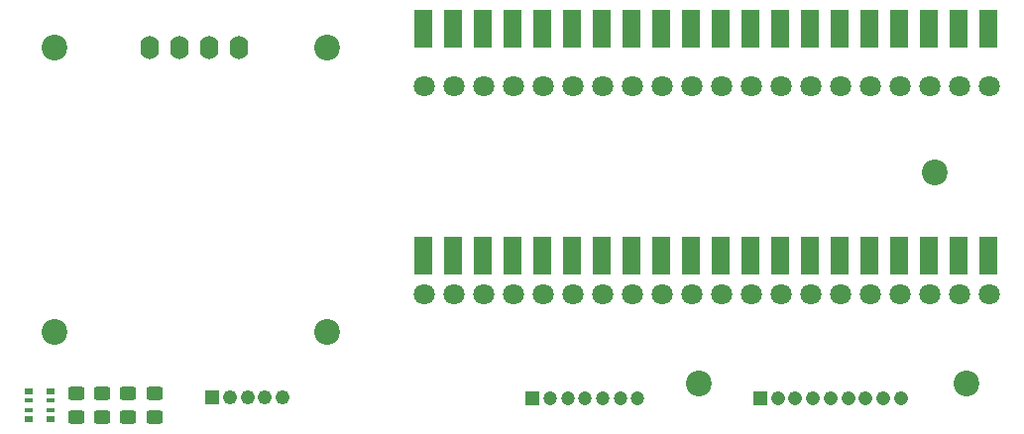
<source format=gts>
%TF.GenerationSoftware,KiCad,Pcbnew,(6.0.1)*%
%TF.CreationDate,2022-03-18T23:49:22-06:00*%
%TF.ProjectId,PicoFlasher_Breakout_Board_V1.2,5069636f-466c-4617-9368-65725f427265,rev?*%
%TF.SameCoordinates,Original*%
%TF.FileFunction,Soldermask,Top*%
%TF.FilePolarity,Negative*%
%FSLAX46Y46*%
G04 Gerber Fmt 4.6, Leading zero omitted, Abs format (unit mm)*
G04 Created by KiCad (PCBNEW (6.0.1)) date 2022-03-18 23:49:22*
%MOMM*%
%LPD*%
G01*
G04 APERTURE LIST*
G04 Aperture macros list*
%AMRoundRect*
0 Rectangle with rounded corners*
0 $1 Rounding radius*
0 $2 $3 $4 $5 $6 $7 $8 $9 X,Y pos of 4 corners*
0 Add a 4 corners polygon primitive as box body*
4,1,4,$2,$3,$4,$5,$6,$7,$8,$9,$2,$3,0*
0 Add four circle primitives for the rounded corners*
1,1,$1+$1,$2,$3*
1,1,$1+$1,$4,$5*
1,1,$1+$1,$6,$7*
1,1,$1+$1,$8,$9*
0 Add four rect primitives between the rounded corners*
20,1,$1+$1,$2,$3,$4,$5,0*
20,1,$1+$1,$4,$5,$6,$7,0*
20,1,$1+$1,$6,$7,$8,$9,0*
20,1,$1+$1,$8,$9,$2,$3,0*%
G04 Aperture macros list end*
%ADD10RoundRect,0.250000X-0.450000X0.325000X-0.450000X-0.325000X0.450000X-0.325000X0.450000X0.325000X0*%
%ADD11C,2.200000*%
%ADD12R,1.200000X1.200000*%
%ADD13C,1.200000*%
%ADD14R,1.600000X3.200000*%
%ADD15R,0.800000X0.500000*%
%ADD16R,0.800000X0.400000*%
%ADD17R,1.208000X1.208000*%
%ADD18C,1.208000*%
%ADD19O,1.600000X2.000000*%
%ADD20R,1.238000X1.238000*%
%ADD21C,1.238000*%
%ADD22C,1.800000*%
G04 APERTURE END LIST*
D10*
%TO.C,D3*%
X98750000Y-97700000D03*
X98750000Y-99750000D03*
%TD*%
D11*
%TO.C,REF\u002A\u002A*%
X92533500Y-92500000D03*
%TD*%
D10*
%TO.C,D2*%
X96550000Y-97700000D03*
X96550000Y-99750000D03*
%TD*%
D11*
%TO.C,REF\u002A\u002A*%
X115783500Y-92525000D03*
%TD*%
%TO.C,REF\u002A\u002A*%
X147525000Y-96900000D03*
%TD*%
%TO.C,REF\u002A\u002A*%
X92533500Y-68175000D03*
%TD*%
D12*
%TO.C,J2*%
X133350000Y-98150000D03*
D13*
X134850000Y-98150000D03*
X136350000Y-98150000D03*
X137850000Y-98150000D03*
X139350000Y-98150000D03*
X140850000Y-98150000D03*
X142350000Y-98150000D03*
%TD*%
D14*
%TO.C,U1e*%
X172280000Y-66560000D03*
X169740000Y-66560000D03*
X167200000Y-66560000D03*
X164660000Y-66560000D03*
X162120000Y-66560000D03*
X159580000Y-66560000D03*
X157040000Y-66560000D03*
X154500000Y-66560000D03*
X151960000Y-66560000D03*
X149420000Y-66560000D03*
X146880000Y-66560000D03*
X144340000Y-66560000D03*
X141800000Y-66560000D03*
X139260000Y-66560000D03*
X136720000Y-66560000D03*
X134180000Y-66560000D03*
X131640000Y-66560000D03*
X129100000Y-66560000D03*
X126560000Y-66560000D03*
X124020000Y-66560000D03*
X124020000Y-85940000D03*
X126560000Y-85940000D03*
X129100000Y-85940000D03*
X131640000Y-85940000D03*
X134180000Y-85940000D03*
X136720000Y-85940000D03*
X139260000Y-85940000D03*
X141800000Y-85940000D03*
X144340000Y-85940000D03*
X146880000Y-85940000D03*
X149420000Y-85940000D03*
X151960000Y-85940000D03*
X154500000Y-85940000D03*
X157040000Y-85940000D03*
X159580000Y-85940000D03*
X162120000Y-85940000D03*
X164660000Y-85940000D03*
X167200000Y-85940000D03*
X169740000Y-85940000D03*
X172280000Y-85940000D03*
%TD*%
D15*
%TO.C,RN1*%
X92150000Y-99950000D03*
D16*
X92150000Y-99150000D03*
X92150000Y-98350000D03*
D15*
X92150000Y-97550000D03*
X90350000Y-97550000D03*
D16*
X90350000Y-98350000D03*
X90350000Y-99150000D03*
D15*
X90350000Y-99950000D03*
%TD*%
D10*
%TO.C,D4*%
X101050000Y-97700000D03*
X101050000Y-99750000D03*
%TD*%
D11*
%TO.C,REF\u002A\u002A*%
X167725000Y-78850000D03*
%TD*%
%TO.C,REF\u002A\u002A*%
X170400000Y-96925000D03*
%TD*%
D17*
%TO.C,J1*%
X152800000Y-98143250D03*
D18*
X154300000Y-98143250D03*
X155800000Y-98143250D03*
X157300000Y-98143250D03*
X158800000Y-98143250D03*
X160300000Y-98143250D03*
X161800000Y-98143250D03*
X163300000Y-98143250D03*
X164800000Y-98143250D03*
%TD*%
D19*
%TO.C,U2*%
X100630000Y-68150000D03*
X103170000Y-68150000D03*
X105710000Y-68150000D03*
X108250000Y-68150000D03*
%TD*%
D11*
%TO.C,REF\u002A\u002A*%
X115783500Y-68200000D03*
%TD*%
D20*
%TO.C,J3*%
X106000000Y-98091500D03*
D21*
X107500000Y-98091500D03*
X109000000Y-98091500D03*
X110500000Y-98091500D03*
X112000000Y-98091500D03*
%TD*%
D10*
%TO.C,D1*%
X94375000Y-97700000D03*
X94375000Y-99750000D03*
%TD*%
D22*
%TO.C,U1*%
X172330000Y-71500000D03*
X169790000Y-71500000D03*
X167250000Y-71500000D03*
X164710000Y-71500000D03*
X162170000Y-71500000D03*
X159630000Y-71500000D03*
X157090000Y-71500000D03*
X154550000Y-71500000D03*
X152010000Y-71500000D03*
X149470000Y-71500000D03*
X146930000Y-71500000D03*
X144390000Y-71500000D03*
X141850000Y-71500000D03*
X139310000Y-71500000D03*
X136770000Y-71500000D03*
X134230000Y-71500000D03*
X131690000Y-71500000D03*
X129150000Y-71500000D03*
X126610000Y-71500000D03*
X124070000Y-71500000D03*
X124070000Y-89280000D03*
X126610000Y-89280000D03*
X129150000Y-89280000D03*
X131690000Y-89280000D03*
X134230000Y-89280000D03*
X136770000Y-89280000D03*
X139310000Y-89280000D03*
X141850000Y-89280000D03*
X144390000Y-89280000D03*
X146930000Y-89280000D03*
X149470000Y-89280000D03*
X152010000Y-89280000D03*
X154550000Y-89280000D03*
X157090000Y-89280000D03*
X159630000Y-89280000D03*
X162170000Y-89280000D03*
X164710000Y-89280000D03*
X167250000Y-89280000D03*
X169790000Y-89280000D03*
X172330000Y-89280000D03*
%TD*%
M02*

</source>
